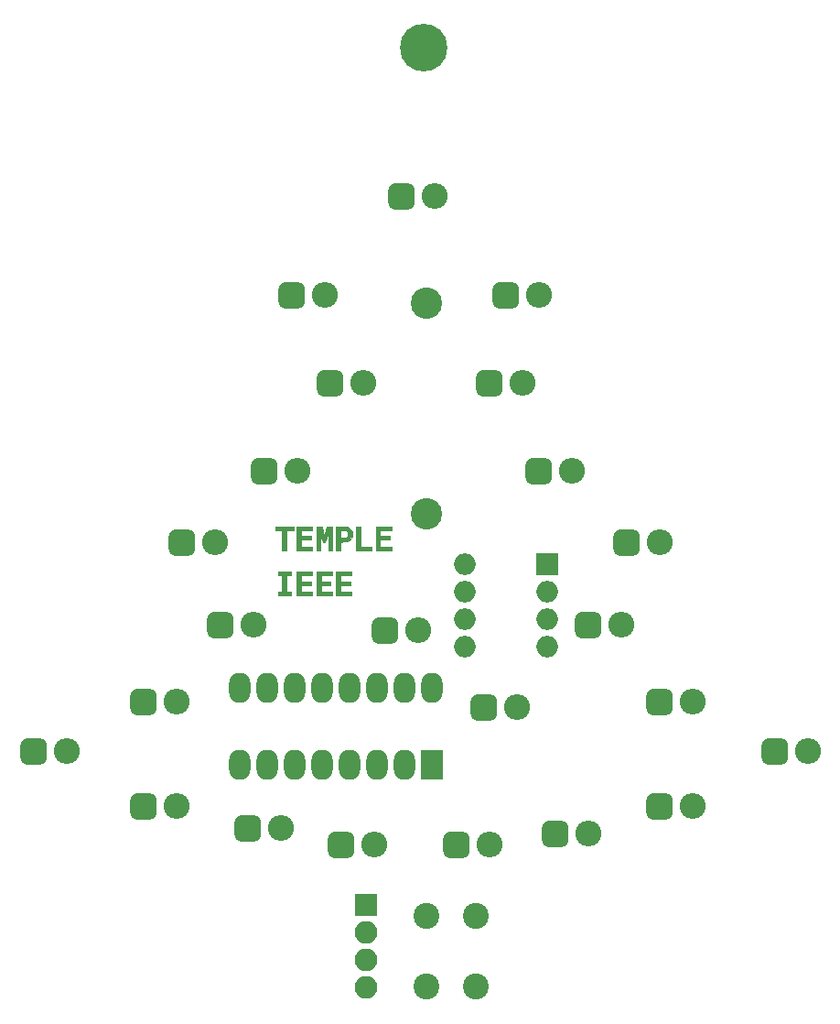
<source format=gbr>
G04 #@! TF.GenerationSoftware,KiCad,Pcbnew,(5.0.0)*
G04 #@! TF.CreationDate,2019-09-06T15:04:35-04:00*
G04 #@! TF.ProjectId,Christmas Tree,4368726973746D617320547265652E6B,rev?*
G04 #@! TF.SameCoordinates,Original*
G04 #@! TF.FileFunction,Soldermask,Top*
G04 #@! TF.FilePolarity,Negative*
%FSLAX46Y46*%
G04 Gerber Fmt 4.6, Leading zero omitted, Abs format (unit mm)*
G04 Created by KiCad (PCBNEW (5.0.0)) date 09/06/19 15:04:35*
%MOMM*%
%LPD*%
G01*
G04 APERTURE LIST*
%ADD10C,0.010000*%
%ADD11C,2.900000*%
%ADD12C,2.400000*%
%ADD13R,2.000000X2.000000*%
%ADD14O,2.000000X2.000000*%
%ADD15C,4.400000*%
%ADD16C,0.100000*%
%ADD17O,2.400000X2.400000*%
%ADD18R,2.000000X2.800000*%
%ADD19O,2.000000X2.800000*%
%ADD20O,2.100000X2.100000*%
%ADD21R,2.100000X2.100000*%
G04 APERTURE END LIST*
D10*
G04 #@! TO.C,G\002A\002A\002A*
G36*
X129892334Y-101979000D02*
X128834000Y-101979000D01*
X128834000Y-102529334D01*
X129723000Y-102529334D01*
X129723000Y-102868000D01*
X128834000Y-102868000D01*
X128834000Y-103503000D01*
X129892334Y-103503000D01*
X129892334Y-103841667D01*
X128453000Y-103841667D01*
X128453000Y-101640334D01*
X129892334Y-101640334D01*
X129892334Y-101979000D01*
X129892334Y-101979000D01*
G37*
X129892334Y-101979000D02*
X128834000Y-101979000D01*
X128834000Y-102529334D01*
X129723000Y-102529334D01*
X129723000Y-102868000D01*
X128834000Y-102868000D01*
X128834000Y-103503000D01*
X129892334Y-103503000D01*
X129892334Y-103841667D01*
X128453000Y-103841667D01*
X128453000Y-101640334D01*
X129892334Y-101640334D01*
X129892334Y-101979000D01*
G36*
X127013667Y-103503000D02*
X128029667Y-103503000D01*
X128029667Y-103841667D01*
X126632667Y-103841667D01*
X126632667Y-101640334D01*
X127013667Y-101640334D01*
X127013667Y-103503000D01*
X127013667Y-103503000D01*
G37*
X127013667Y-103503000D02*
X128029667Y-103503000D01*
X128029667Y-103841667D01*
X126632667Y-103841667D01*
X126632667Y-101640334D01*
X127013667Y-101640334D01*
X127013667Y-103503000D01*
G36*
X125288584Y-101647010D02*
X125523378Y-101656373D01*
X125691443Y-101670005D01*
X125810700Y-101690612D01*
X125899070Y-101720905D01*
X125947674Y-101746613D01*
X126121996Y-101897062D01*
X126234246Y-102092091D01*
X126278639Y-102313034D01*
X126249389Y-102541224D01*
X126219211Y-102622696D01*
X126111404Y-102798097D01*
X125960921Y-102919874D01*
X125755824Y-102994816D01*
X125505588Y-103028428D01*
X125193334Y-103048468D01*
X125193334Y-103841667D01*
X124770000Y-103841667D01*
X124770000Y-101979000D01*
X125193334Y-101979000D01*
X125193334Y-102698667D01*
X125434022Y-102698667D01*
X125593529Y-102690178D01*
X125699472Y-102659295D01*
X125772688Y-102606621D01*
X125854233Y-102477122D01*
X125872765Y-102320842D01*
X125828616Y-102167175D01*
X125766758Y-102082909D01*
X125686017Y-102019203D01*
X125588642Y-101987889D01*
X125442270Y-101979036D01*
X125428091Y-101979000D01*
X125193334Y-101979000D01*
X124770000Y-101979000D01*
X124770000Y-101631627D01*
X125288584Y-101647010D01*
X125288584Y-101647010D01*
G37*
X125288584Y-101647010D02*
X125523378Y-101656373D01*
X125691443Y-101670005D01*
X125810700Y-101690612D01*
X125899070Y-101720905D01*
X125947674Y-101746613D01*
X126121996Y-101897062D01*
X126234246Y-102092091D01*
X126278639Y-102313034D01*
X126249389Y-102541224D01*
X126219211Y-102622696D01*
X126111404Y-102798097D01*
X125960921Y-102919874D01*
X125755824Y-102994816D01*
X125505588Y-103028428D01*
X125193334Y-103048468D01*
X125193334Y-103841667D01*
X124770000Y-103841667D01*
X124770000Y-101979000D01*
X125193334Y-101979000D01*
X125193334Y-102698667D01*
X125434022Y-102698667D01*
X125593529Y-102690178D01*
X125699472Y-102659295D01*
X125772688Y-102606621D01*
X125854233Y-102477122D01*
X125872765Y-102320842D01*
X125828616Y-102167175D01*
X125766758Y-102082909D01*
X125686017Y-102019203D01*
X125588642Y-101987889D01*
X125442270Y-101979036D01*
X125428091Y-101979000D01*
X125193334Y-101979000D01*
X124770000Y-101979000D01*
X124770000Y-101631627D01*
X125288584Y-101647010D01*
G36*
X123539445Y-102048678D02*
X123589255Y-102237713D01*
X123630458Y-102358116D01*
X123660795Y-102403876D01*
X123670635Y-102397928D01*
X123696393Y-102331563D01*
X123736336Y-102206550D01*
X123783166Y-102046133D01*
X123798834Y-101989584D01*
X123894283Y-101640334D01*
X124389000Y-101640334D01*
X124389000Y-103841667D01*
X124052162Y-103841667D01*
X124040664Y-103026750D01*
X124029167Y-102211834D01*
X123884403Y-102666917D01*
X123818704Y-102867247D01*
X123768919Y-102999489D01*
X123728079Y-103077072D01*
X123689216Y-103113425D01*
X123648226Y-103122000D01*
X123604444Y-103112566D01*
X123566984Y-103074926D01*
X123528902Y-102995075D01*
X123483257Y-102859004D01*
X123433157Y-102688084D01*
X123309500Y-102254167D01*
X123297983Y-103047917D01*
X123286465Y-103841667D01*
X122949667Y-103841667D01*
X122949667Y-101640334D01*
X123441002Y-101640334D01*
X123539445Y-102048678D01*
X123539445Y-102048678D01*
G37*
X123539445Y-102048678D02*
X123589255Y-102237713D01*
X123630458Y-102358116D01*
X123660795Y-102403876D01*
X123670635Y-102397928D01*
X123696393Y-102331563D01*
X123736336Y-102206550D01*
X123783166Y-102046133D01*
X123798834Y-101989584D01*
X123894283Y-101640334D01*
X124389000Y-101640334D01*
X124389000Y-103841667D01*
X124052162Y-103841667D01*
X124040664Y-103026750D01*
X124029167Y-102211834D01*
X123884403Y-102666917D01*
X123818704Y-102867247D01*
X123768919Y-102999489D01*
X123728079Y-103077072D01*
X123689216Y-103113425D01*
X123648226Y-103122000D01*
X123604444Y-103112566D01*
X123566984Y-103074926D01*
X123528902Y-102995075D01*
X123483257Y-102859004D01*
X123433157Y-102688084D01*
X123309500Y-102254167D01*
X123297983Y-103047917D01*
X123286465Y-103841667D01*
X122949667Y-103841667D01*
X122949667Y-101640334D01*
X123441002Y-101640334D01*
X123539445Y-102048678D01*
G36*
X122568667Y-101979000D02*
X121552667Y-101979000D01*
X121552667Y-102529334D01*
X122441667Y-102529334D01*
X122441667Y-102868000D01*
X121552667Y-102868000D01*
X121552667Y-103503000D01*
X122568667Y-103503000D01*
X122568667Y-103841667D01*
X121129334Y-103841667D01*
X121129334Y-101640334D01*
X122568667Y-101640334D01*
X122568667Y-101979000D01*
X122568667Y-101979000D01*
G37*
X122568667Y-101979000D02*
X121552667Y-101979000D01*
X121552667Y-102529334D01*
X122441667Y-102529334D01*
X122441667Y-102868000D01*
X121552667Y-102868000D01*
X121552667Y-103503000D01*
X122568667Y-103503000D01*
X122568667Y-103841667D01*
X121129334Y-103841667D01*
X121129334Y-101640334D01*
X122568667Y-101640334D01*
X122568667Y-101979000D01*
G36*
X120833000Y-101979000D02*
X120198000Y-101979000D01*
X120198000Y-103841667D01*
X119774667Y-103841667D01*
X119774667Y-101979000D01*
X119139667Y-101979000D01*
X119139667Y-101640334D01*
X120833000Y-101640334D01*
X120833000Y-101979000D01*
X120833000Y-101979000D01*
G37*
X120833000Y-101979000D02*
X120198000Y-101979000D01*
X120198000Y-103841667D01*
X119774667Y-103841667D01*
X119774667Y-101979000D01*
X119139667Y-101979000D01*
X119139667Y-101640334D01*
X120833000Y-101640334D01*
X120833000Y-101979000D01*
G36*
X126209334Y-106170000D02*
X125193334Y-106170000D01*
X125193334Y-106720334D01*
X126082334Y-106720334D01*
X126082334Y-107059000D01*
X125193334Y-107059000D01*
X125193334Y-107694000D01*
X126209334Y-107694000D01*
X126209334Y-108032667D01*
X124770000Y-108032667D01*
X124770000Y-105831334D01*
X126209334Y-105831334D01*
X126209334Y-106170000D01*
X126209334Y-106170000D01*
G37*
X126209334Y-106170000D02*
X125193334Y-106170000D01*
X125193334Y-106720334D01*
X126082334Y-106720334D01*
X126082334Y-107059000D01*
X125193334Y-107059000D01*
X125193334Y-107694000D01*
X126209334Y-107694000D01*
X126209334Y-108032667D01*
X124770000Y-108032667D01*
X124770000Y-105831334D01*
X126209334Y-105831334D01*
X126209334Y-106170000D01*
G36*
X124389000Y-106170000D02*
X123373000Y-106170000D01*
X123373000Y-106720334D01*
X124262000Y-106720334D01*
X124262000Y-107059000D01*
X123373000Y-107059000D01*
X123373000Y-107694000D01*
X124389000Y-107694000D01*
X124389000Y-108032667D01*
X122949667Y-108032667D01*
X122949667Y-105831334D01*
X124389000Y-105831334D01*
X124389000Y-106170000D01*
X124389000Y-106170000D01*
G37*
X124389000Y-106170000D02*
X123373000Y-106170000D01*
X123373000Y-106720334D01*
X124262000Y-106720334D01*
X124262000Y-107059000D01*
X123373000Y-107059000D01*
X123373000Y-107694000D01*
X124389000Y-107694000D01*
X124389000Y-108032667D01*
X122949667Y-108032667D01*
X122949667Y-105831334D01*
X124389000Y-105831334D01*
X124389000Y-106170000D01*
G36*
X122568667Y-106170000D02*
X121552667Y-106170000D01*
X121552667Y-106720334D01*
X122441667Y-106720334D01*
X122441667Y-107059000D01*
X121552667Y-107059000D01*
X121552667Y-107694000D01*
X122568667Y-107694000D01*
X122568667Y-108032667D01*
X121129334Y-108032667D01*
X121129334Y-105831334D01*
X122568667Y-105831334D01*
X122568667Y-106170000D01*
X122568667Y-106170000D01*
G37*
X122568667Y-106170000D02*
X121552667Y-106170000D01*
X121552667Y-106720334D01*
X122441667Y-106720334D01*
X122441667Y-107059000D01*
X121552667Y-107059000D01*
X121552667Y-107694000D01*
X122568667Y-107694000D01*
X122568667Y-108032667D01*
X121129334Y-108032667D01*
X121129334Y-105831334D01*
X122568667Y-105831334D01*
X122568667Y-106170000D01*
G36*
X120621334Y-106170000D02*
X120198000Y-106170000D01*
X120198000Y-107694000D01*
X120621334Y-107694000D01*
X120621334Y-108032667D01*
X119393667Y-108032667D01*
X119393667Y-107694000D01*
X119774667Y-107694000D01*
X119774667Y-106170000D01*
X119393667Y-106170000D01*
X119393667Y-105831334D01*
X120621334Y-105831334D01*
X120621334Y-106170000D01*
X120621334Y-106170000D01*
G37*
X120621334Y-106170000D02*
X120198000Y-106170000D01*
X120198000Y-107694000D01*
X120621334Y-107694000D01*
X120621334Y-108032667D01*
X119393667Y-108032667D01*
X119393667Y-107694000D01*
X119774667Y-107694000D01*
X119774667Y-106170000D01*
X119393667Y-106170000D01*
X119393667Y-105831334D01*
X120621334Y-105831334D01*
X120621334Y-106170000D01*
G04 #@! TD*
D11*
G04 #@! TO.C,Battery1*
X133096000Y-100456000D03*
X133096000Y-80956000D03*
G04 #@! TD*
D12*
G04 #@! TO.C,BTN1*
X133168000Y-137668000D03*
X137668000Y-137668000D03*
X133168000Y-144168000D03*
X137668000Y-144168000D03*
G04 #@! TD*
D13*
G04 #@! TO.C,Tiny85*
X144272000Y-105156000D03*
D14*
X136652000Y-112776000D03*
X144272000Y-107696000D03*
X136652000Y-110236000D03*
X144272000Y-110236000D03*
X136652000Y-107696000D03*
X144272000Y-112776000D03*
X136652000Y-105156000D03*
G04 #@! TD*
D15*
G04 #@! TO.C,HOOK*
X132842000Y-57364000D03*
G04 #@! TD*
D16*
G04 #@! TO.C,D1*
G36*
X125884810Y-129866889D02*
X125943054Y-129875529D01*
X126000171Y-129889836D01*
X126055610Y-129909672D01*
X126108838Y-129934847D01*
X126159342Y-129965118D01*
X126206636Y-130000194D01*
X126250264Y-130039736D01*
X126289806Y-130083364D01*
X126324882Y-130130658D01*
X126355153Y-130181162D01*
X126380328Y-130234390D01*
X126400164Y-130289829D01*
X126414471Y-130346946D01*
X126423111Y-130405190D01*
X126426000Y-130464000D01*
X126426000Y-131664000D01*
X126423111Y-131722810D01*
X126414471Y-131781054D01*
X126400164Y-131838171D01*
X126380328Y-131893610D01*
X126355153Y-131946838D01*
X126324882Y-131997342D01*
X126289806Y-132044636D01*
X126250264Y-132088264D01*
X126206636Y-132127806D01*
X126159342Y-132162882D01*
X126108838Y-132193153D01*
X126055610Y-132218328D01*
X126000171Y-132238164D01*
X125943054Y-132252471D01*
X125884810Y-132261111D01*
X125826000Y-132264000D01*
X124626000Y-132264000D01*
X124567190Y-132261111D01*
X124508946Y-132252471D01*
X124451829Y-132238164D01*
X124396390Y-132218328D01*
X124343162Y-132193153D01*
X124292658Y-132162882D01*
X124245364Y-132127806D01*
X124201736Y-132088264D01*
X124162194Y-132044636D01*
X124127118Y-131997342D01*
X124096847Y-131946838D01*
X124071672Y-131893610D01*
X124051836Y-131838171D01*
X124037529Y-131781054D01*
X124028889Y-131722810D01*
X124026000Y-131664000D01*
X124026000Y-130464000D01*
X124028889Y-130405190D01*
X124037529Y-130346946D01*
X124051836Y-130289829D01*
X124071672Y-130234390D01*
X124096847Y-130181162D01*
X124127118Y-130130658D01*
X124162194Y-130083364D01*
X124201736Y-130039736D01*
X124245364Y-130000194D01*
X124292658Y-129965118D01*
X124343162Y-129934847D01*
X124396390Y-129909672D01*
X124451829Y-129889836D01*
X124508946Y-129875529D01*
X124567190Y-129866889D01*
X124626000Y-129864000D01*
X125826000Y-129864000D01*
X125884810Y-129866889D01*
X125884810Y-129866889D01*
G37*
D12*
X125226000Y-131064000D03*
D17*
X128266000Y-131064000D03*
G04 #@! TD*
G04 #@! TO.C,D2*
X119630000Y-129540000D03*
D16*
G36*
X117248810Y-128342889D02*
X117307054Y-128351529D01*
X117364171Y-128365836D01*
X117419610Y-128385672D01*
X117472838Y-128410847D01*
X117523342Y-128441118D01*
X117570636Y-128476194D01*
X117614264Y-128515736D01*
X117653806Y-128559364D01*
X117688882Y-128606658D01*
X117719153Y-128657162D01*
X117744328Y-128710390D01*
X117764164Y-128765829D01*
X117778471Y-128822946D01*
X117787111Y-128881190D01*
X117790000Y-128940000D01*
X117790000Y-130140000D01*
X117787111Y-130198810D01*
X117778471Y-130257054D01*
X117764164Y-130314171D01*
X117744328Y-130369610D01*
X117719153Y-130422838D01*
X117688882Y-130473342D01*
X117653806Y-130520636D01*
X117614264Y-130564264D01*
X117570636Y-130603806D01*
X117523342Y-130638882D01*
X117472838Y-130669153D01*
X117419610Y-130694328D01*
X117364171Y-130714164D01*
X117307054Y-130728471D01*
X117248810Y-130737111D01*
X117190000Y-130740000D01*
X115990000Y-130740000D01*
X115931190Y-130737111D01*
X115872946Y-130728471D01*
X115815829Y-130714164D01*
X115760390Y-130694328D01*
X115707162Y-130669153D01*
X115656658Y-130638882D01*
X115609364Y-130603806D01*
X115565736Y-130564264D01*
X115526194Y-130520636D01*
X115491118Y-130473342D01*
X115460847Y-130422838D01*
X115435672Y-130369610D01*
X115415836Y-130314171D01*
X115401529Y-130257054D01*
X115392889Y-130198810D01*
X115390000Y-130140000D01*
X115390000Y-128940000D01*
X115392889Y-128881190D01*
X115401529Y-128822946D01*
X115415836Y-128765829D01*
X115435672Y-128710390D01*
X115460847Y-128657162D01*
X115491118Y-128606658D01*
X115526194Y-128559364D01*
X115565736Y-128515736D01*
X115609364Y-128476194D01*
X115656658Y-128441118D01*
X115707162Y-128410847D01*
X115760390Y-128385672D01*
X115815829Y-128365836D01*
X115872946Y-128351529D01*
X115931190Y-128342889D01*
X115990000Y-128340000D01*
X117190000Y-128340000D01*
X117248810Y-128342889D01*
X117248810Y-128342889D01*
G37*
D12*
X116590000Y-129540000D03*
G04 #@! TD*
D16*
G04 #@! TO.C,D3*
G36*
X107596810Y-126310889D02*
X107655054Y-126319529D01*
X107712171Y-126333836D01*
X107767610Y-126353672D01*
X107820838Y-126378847D01*
X107871342Y-126409118D01*
X107918636Y-126444194D01*
X107962264Y-126483736D01*
X108001806Y-126527364D01*
X108036882Y-126574658D01*
X108067153Y-126625162D01*
X108092328Y-126678390D01*
X108112164Y-126733829D01*
X108126471Y-126790946D01*
X108135111Y-126849190D01*
X108138000Y-126908000D01*
X108138000Y-128108000D01*
X108135111Y-128166810D01*
X108126471Y-128225054D01*
X108112164Y-128282171D01*
X108092328Y-128337610D01*
X108067153Y-128390838D01*
X108036882Y-128441342D01*
X108001806Y-128488636D01*
X107962264Y-128532264D01*
X107918636Y-128571806D01*
X107871342Y-128606882D01*
X107820838Y-128637153D01*
X107767610Y-128662328D01*
X107712171Y-128682164D01*
X107655054Y-128696471D01*
X107596810Y-128705111D01*
X107538000Y-128708000D01*
X106338000Y-128708000D01*
X106279190Y-128705111D01*
X106220946Y-128696471D01*
X106163829Y-128682164D01*
X106108390Y-128662328D01*
X106055162Y-128637153D01*
X106004658Y-128606882D01*
X105957364Y-128571806D01*
X105913736Y-128532264D01*
X105874194Y-128488636D01*
X105839118Y-128441342D01*
X105808847Y-128390838D01*
X105783672Y-128337610D01*
X105763836Y-128282171D01*
X105749529Y-128225054D01*
X105740889Y-128166810D01*
X105738000Y-128108000D01*
X105738000Y-126908000D01*
X105740889Y-126849190D01*
X105749529Y-126790946D01*
X105763836Y-126733829D01*
X105783672Y-126678390D01*
X105808847Y-126625162D01*
X105839118Y-126574658D01*
X105874194Y-126527364D01*
X105913736Y-126483736D01*
X105957364Y-126444194D01*
X106004658Y-126409118D01*
X106055162Y-126378847D01*
X106108390Y-126353672D01*
X106163829Y-126333836D01*
X106220946Y-126319529D01*
X106279190Y-126310889D01*
X106338000Y-126308000D01*
X107538000Y-126308000D01*
X107596810Y-126310889D01*
X107596810Y-126310889D01*
G37*
D12*
X106938000Y-127508000D03*
D17*
X109978000Y-127508000D03*
G04 #@! TD*
G04 #@! TO.C,D4*
X99818000Y-122428000D03*
D16*
G36*
X97436810Y-121230889D02*
X97495054Y-121239529D01*
X97552171Y-121253836D01*
X97607610Y-121273672D01*
X97660838Y-121298847D01*
X97711342Y-121329118D01*
X97758636Y-121364194D01*
X97802264Y-121403736D01*
X97841806Y-121447364D01*
X97876882Y-121494658D01*
X97907153Y-121545162D01*
X97932328Y-121598390D01*
X97952164Y-121653829D01*
X97966471Y-121710946D01*
X97975111Y-121769190D01*
X97978000Y-121828000D01*
X97978000Y-123028000D01*
X97975111Y-123086810D01*
X97966471Y-123145054D01*
X97952164Y-123202171D01*
X97932328Y-123257610D01*
X97907153Y-123310838D01*
X97876882Y-123361342D01*
X97841806Y-123408636D01*
X97802264Y-123452264D01*
X97758636Y-123491806D01*
X97711342Y-123526882D01*
X97660838Y-123557153D01*
X97607610Y-123582328D01*
X97552171Y-123602164D01*
X97495054Y-123616471D01*
X97436810Y-123625111D01*
X97378000Y-123628000D01*
X96178000Y-123628000D01*
X96119190Y-123625111D01*
X96060946Y-123616471D01*
X96003829Y-123602164D01*
X95948390Y-123582328D01*
X95895162Y-123557153D01*
X95844658Y-123526882D01*
X95797364Y-123491806D01*
X95753736Y-123452264D01*
X95714194Y-123408636D01*
X95679118Y-123361342D01*
X95648847Y-123310838D01*
X95623672Y-123257610D01*
X95603836Y-123202171D01*
X95589529Y-123145054D01*
X95580889Y-123086810D01*
X95578000Y-123028000D01*
X95578000Y-121828000D01*
X95580889Y-121769190D01*
X95589529Y-121710946D01*
X95603836Y-121653829D01*
X95623672Y-121598390D01*
X95648847Y-121545162D01*
X95679118Y-121494658D01*
X95714194Y-121447364D01*
X95753736Y-121403736D01*
X95797364Y-121364194D01*
X95844658Y-121329118D01*
X95895162Y-121298847D01*
X95948390Y-121273672D01*
X96003829Y-121253836D01*
X96060946Y-121239529D01*
X96119190Y-121230889D01*
X96178000Y-121228000D01*
X97378000Y-121228000D01*
X97436810Y-121230889D01*
X97436810Y-121230889D01*
G37*
D12*
X96778000Y-122428000D03*
G04 #@! TD*
D16*
G04 #@! TO.C,D5*
G36*
X107596810Y-116658889D02*
X107655054Y-116667529D01*
X107712171Y-116681836D01*
X107767610Y-116701672D01*
X107820838Y-116726847D01*
X107871342Y-116757118D01*
X107918636Y-116792194D01*
X107962264Y-116831736D01*
X108001806Y-116875364D01*
X108036882Y-116922658D01*
X108067153Y-116973162D01*
X108092328Y-117026390D01*
X108112164Y-117081829D01*
X108126471Y-117138946D01*
X108135111Y-117197190D01*
X108138000Y-117256000D01*
X108138000Y-118456000D01*
X108135111Y-118514810D01*
X108126471Y-118573054D01*
X108112164Y-118630171D01*
X108092328Y-118685610D01*
X108067153Y-118738838D01*
X108036882Y-118789342D01*
X108001806Y-118836636D01*
X107962264Y-118880264D01*
X107918636Y-118919806D01*
X107871342Y-118954882D01*
X107820838Y-118985153D01*
X107767610Y-119010328D01*
X107712171Y-119030164D01*
X107655054Y-119044471D01*
X107596810Y-119053111D01*
X107538000Y-119056000D01*
X106338000Y-119056000D01*
X106279190Y-119053111D01*
X106220946Y-119044471D01*
X106163829Y-119030164D01*
X106108390Y-119010328D01*
X106055162Y-118985153D01*
X106004658Y-118954882D01*
X105957364Y-118919806D01*
X105913736Y-118880264D01*
X105874194Y-118836636D01*
X105839118Y-118789342D01*
X105808847Y-118738838D01*
X105783672Y-118685610D01*
X105763836Y-118630171D01*
X105749529Y-118573054D01*
X105740889Y-118514810D01*
X105738000Y-118456000D01*
X105738000Y-117256000D01*
X105740889Y-117197190D01*
X105749529Y-117138946D01*
X105763836Y-117081829D01*
X105783672Y-117026390D01*
X105808847Y-116973162D01*
X105839118Y-116922658D01*
X105874194Y-116875364D01*
X105913736Y-116831736D01*
X105957364Y-116792194D01*
X106004658Y-116757118D01*
X106055162Y-116726847D01*
X106108390Y-116701672D01*
X106163829Y-116681836D01*
X106220946Y-116667529D01*
X106279190Y-116658889D01*
X106338000Y-116656000D01*
X107538000Y-116656000D01*
X107596810Y-116658889D01*
X107596810Y-116658889D01*
G37*
D12*
X106938000Y-117856000D03*
D17*
X109978000Y-117856000D03*
G04 #@! TD*
G04 #@! TO.C,D6*
X117090000Y-110744000D03*
D16*
G36*
X114708810Y-109546889D02*
X114767054Y-109555529D01*
X114824171Y-109569836D01*
X114879610Y-109589672D01*
X114932838Y-109614847D01*
X114983342Y-109645118D01*
X115030636Y-109680194D01*
X115074264Y-109719736D01*
X115113806Y-109763364D01*
X115148882Y-109810658D01*
X115179153Y-109861162D01*
X115204328Y-109914390D01*
X115224164Y-109969829D01*
X115238471Y-110026946D01*
X115247111Y-110085190D01*
X115250000Y-110144000D01*
X115250000Y-111344000D01*
X115247111Y-111402810D01*
X115238471Y-111461054D01*
X115224164Y-111518171D01*
X115204328Y-111573610D01*
X115179153Y-111626838D01*
X115148882Y-111677342D01*
X115113806Y-111724636D01*
X115074264Y-111768264D01*
X115030636Y-111807806D01*
X114983342Y-111842882D01*
X114932838Y-111873153D01*
X114879610Y-111898328D01*
X114824171Y-111918164D01*
X114767054Y-111932471D01*
X114708810Y-111941111D01*
X114650000Y-111944000D01*
X113450000Y-111944000D01*
X113391190Y-111941111D01*
X113332946Y-111932471D01*
X113275829Y-111918164D01*
X113220390Y-111898328D01*
X113167162Y-111873153D01*
X113116658Y-111842882D01*
X113069364Y-111807806D01*
X113025736Y-111768264D01*
X112986194Y-111724636D01*
X112951118Y-111677342D01*
X112920847Y-111626838D01*
X112895672Y-111573610D01*
X112875836Y-111518171D01*
X112861529Y-111461054D01*
X112852889Y-111402810D01*
X112850000Y-111344000D01*
X112850000Y-110144000D01*
X112852889Y-110085190D01*
X112861529Y-110026946D01*
X112875836Y-109969829D01*
X112895672Y-109914390D01*
X112920847Y-109861162D01*
X112951118Y-109810658D01*
X112986194Y-109763364D01*
X113025736Y-109719736D01*
X113069364Y-109680194D01*
X113116658Y-109645118D01*
X113167162Y-109614847D01*
X113220390Y-109589672D01*
X113275829Y-109569836D01*
X113332946Y-109555529D01*
X113391190Y-109546889D01*
X113450000Y-109544000D01*
X114650000Y-109544000D01*
X114708810Y-109546889D01*
X114708810Y-109546889D01*
G37*
D12*
X114050000Y-110744000D03*
G04 #@! TD*
D16*
G04 #@! TO.C,D7*
G36*
X111152810Y-101926889D02*
X111211054Y-101935529D01*
X111268171Y-101949836D01*
X111323610Y-101969672D01*
X111376838Y-101994847D01*
X111427342Y-102025118D01*
X111474636Y-102060194D01*
X111518264Y-102099736D01*
X111557806Y-102143364D01*
X111592882Y-102190658D01*
X111623153Y-102241162D01*
X111648328Y-102294390D01*
X111668164Y-102349829D01*
X111682471Y-102406946D01*
X111691111Y-102465190D01*
X111694000Y-102524000D01*
X111694000Y-103724000D01*
X111691111Y-103782810D01*
X111682471Y-103841054D01*
X111668164Y-103898171D01*
X111648328Y-103953610D01*
X111623153Y-104006838D01*
X111592882Y-104057342D01*
X111557806Y-104104636D01*
X111518264Y-104148264D01*
X111474636Y-104187806D01*
X111427342Y-104222882D01*
X111376838Y-104253153D01*
X111323610Y-104278328D01*
X111268171Y-104298164D01*
X111211054Y-104312471D01*
X111152810Y-104321111D01*
X111094000Y-104324000D01*
X109894000Y-104324000D01*
X109835190Y-104321111D01*
X109776946Y-104312471D01*
X109719829Y-104298164D01*
X109664390Y-104278328D01*
X109611162Y-104253153D01*
X109560658Y-104222882D01*
X109513364Y-104187806D01*
X109469736Y-104148264D01*
X109430194Y-104104636D01*
X109395118Y-104057342D01*
X109364847Y-104006838D01*
X109339672Y-103953610D01*
X109319836Y-103898171D01*
X109305529Y-103841054D01*
X109296889Y-103782810D01*
X109294000Y-103724000D01*
X109294000Y-102524000D01*
X109296889Y-102465190D01*
X109305529Y-102406946D01*
X109319836Y-102349829D01*
X109339672Y-102294390D01*
X109364847Y-102241162D01*
X109395118Y-102190658D01*
X109430194Y-102143364D01*
X109469736Y-102099736D01*
X109513364Y-102060194D01*
X109560658Y-102025118D01*
X109611162Y-101994847D01*
X109664390Y-101969672D01*
X109719829Y-101949836D01*
X109776946Y-101935529D01*
X109835190Y-101926889D01*
X109894000Y-101924000D01*
X111094000Y-101924000D01*
X111152810Y-101926889D01*
X111152810Y-101926889D01*
G37*
D12*
X110494000Y-103124000D03*
D17*
X113534000Y-103124000D03*
G04 #@! TD*
G04 #@! TO.C,D8*
X121154000Y-96520000D03*
D16*
G36*
X118772810Y-95322889D02*
X118831054Y-95331529D01*
X118888171Y-95345836D01*
X118943610Y-95365672D01*
X118996838Y-95390847D01*
X119047342Y-95421118D01*
X119094636Y-95456194D01*
X119138264Y-95495736D01*
X119177806Y-95539364D01*
X119212882Y-95586658D01*
X119243153Y-95637162D01*
X119268328Y-95690390D01*
X119288164Y-95745829D01*
X119302471Y-95802946D01*
X119311111Y-95861190D01*
X119314000Y-95920000D01*
X119314000Y-97120000D01*
X119311111Y-97178810D01*
X119302471Y-97237054D01*
X119288164Y-97294171D01*
X119268328Y-97349610D01*
X119243153Y-97402838D01*
X119212882Y-97453342D01*
X119177806Y-97500636D01*
X119138264Y-97544264D01*
X119094636Y-97583806D01*
X119047342Y-97618882D01*
X118996838Y-97649153D01*
X118943610Y-97674328D01*
X118888171Y-97694164D01*
X118831054Y-97708471D01*
X118772810Y-97717111D01*
X118714000Y-97720000D01*
X117514000Y-97720000D01*
X117455190Y-97717111D01*
X117396946Y-97708471D01*
X117339829Y-97694164D01*
X117284390Y-97674328D01*
X117231162Y-97649153D01*
X117180658Y-97618882D01*
X117133364Y-97583806D01*
X117089736Y-97544264D01*
X117050194Y-97500636D01*
X117015118Y-97453342D01*
X116984847Y-97402838D01*
X116959672Y-97349610D01*
X116939836Y-97294171D01*
X116925529Y-97237054D01*
X116916889Y-97178810D01*
X116914000Y-97120000D01*
X116914000Y-95920000D01*
X116916889Y-95861190D01*
X116925529Y-95802946D01*
X116939836Y-95745829D01*
X116959672Y-95690390D01*
X116984847Y-95637162D01*
X117015118Y-95586658D01*
X117050194Y-95539364D01*
X117089736Y-95495736D01*
X117133364Y-95456194D01*
X117180658Y-95421118D01*
X117231162Y-95390847D01*
X117284390Y-95365672D01*
X117339829Y-95345836D01*
X117396946Y-95331529D01*
X117455190Y-95322889D01*
X117514000Y-95320000D01*
X118714000Y-95320000D01*
X118772810Y-95322889D01*
X118772810Y-95322889D01*
G37*
D12*
X118114000Y-96520000D03*
G04 #@! TD*
D16*
G04 #@! TO.C,D9*
G36*
X124868810Y-87194889D02*
X124927054Y-87203529D01*
X124984171Y-87217836D01*
X125039610Y-87237672D01*
X125092838Y-87262847D01*
X125143342Y-87293118D01*
X125190636Y-87328194D01*
X125234264Y-87367736D01*
X125273806Y-87411364D01*
X125308882Y-87458658D01*
X125339153Y-87509162D01*
X125364328Y-87562390D01*
X125384164Y-87617829D01*
X125398471Y-87674946D01*
X125407111Y-87733190D01*
X125410000Y-87792000D01*
X125410000Y-88992000D01*
X125407111Y-89050810D01*
X125398471Y-89109054D01*
X125384164Y-89166171D01*
X125364328Y-89221610D01*
X125339153Y-89274838D01*
X125308882Y-89325342D01*
X125273806Y-89372636D01*
X125234264Y-89416264D01*
X125190636Y-89455806D01*
X125143342Y-89490882D01*
X125092838Y-89521153D01*
X125039610Y-89546328D01*
X124984171Y-89566164D01*
X124927054Y-89580471D01*
X124868810Y-89589111D01*
X124810000Y-89592000D01*
X123610000Y-89592000D01*
X123551190Y-89589111D01*
X123492946Y-89580471D01*
X123435829Y-89566164D01*
X123380390Y-89546328D01*
X123327162Y-89521153D01*
X123276658Y-89490882D01*
X123229364Y-89455806D01*
X123185736Y-89416264D01*
X123146194Y-89372636D01*
X123111118Y-89325342D01*
X123080847Y-89274838D01*
X123055672Y-89221610D01*
X123035836Y-89166171D01*
X123021529Y-89109054D01*
X123012889Y-89050810D01*
X123010000Y-88992000D01*
X123010000Y-87792000D01*
X123012889Y-87733190D01*
X123021529Y-87674946D01*
X123035836Y-87617829D01*
X123055672Y-87562390D01*
X123080847Y-87509162D01*
X123111118Y-87458658D01*
X123146194Y-87411364D01*
X123185736Y-87367736D01*
X123229364Y-87328194D01*
X123276658Y-87293118D01*
X123327162Y-87262847D01*
X123380390Y-87237672D01*
X123435829Y-87217836D01*
X123492946Y-87203529D01*
X123551190Y-87194889D01*
X123610000Y-87192000D01*
X124810000Y-87192000D01*
X124868810Y-87194889D01*
X124868810Y-87194889D01*
G37*
D12*
X124210000Y-88392000D03*
D17*
X127250000Y-88392000D03*
G04 #@! TD*
D16*
G04 #@! TO.C,D10*
G36*
X121312810Y-79066889D02*
X121371054Y-79075529D01*
X121428171Y-79089836D01*
X121483610Y-79109672D01*
X121536838Y-79134847D01*
X121587342Y-79165118D01*
X121634636Y-79200194D01*
X121678264Y-79239736D01*
X121717806Y-79283364D01*
X121752882Y-79330658D01*
X121783153Y-79381162D01*
X121808328Y-79434390D01*
X121828164Y-79489829D01*
X121842471Y-79546946D01*
X121851111Y-79605190D01*
X121854000Y-79664000D01*
X121854000Y-80864000D01*
X121851111Y-80922810D01*
X121842471Y-80981054D01*
X121828164Y-81038171D01*
X121808328Y-81093610D01*
X121783153Y-81146838D01*
X121752882Y-81197342D01*
X121717806Y-81244636D01*
X121678264Y-81288264D01*
X121634636Y-81327806D01*
X121587342Y-81362882D01*
X121536838Y-81393153D01*
X121483610Y-81418328D01*
X121428171Y-81438164D01*
X121371054Y-81452471D01*
X121312810Y-81461111D01*
X121254000Y-81464000D01*
X120054000Y-81464000D01*
X119995190Y-81461111D01*
X119936946Y-81452471D01*
X119879829Y-81438164D01*
X119824390Y-81418328D01*
X119771162Y-81393153D01*
X119720658Y-81362882D01*
X119673364Y-81327806D01*
X119629736Y-81288264D01*
X119590194Y-81244636D01*
X119555118Y-81197342D01*
X119524847Y-81146838D01*
X119499672Y-81093610D01*
X119479836Y-81038171D01*
X119465529Y-80981054D01*
X119456889Y-80922810D01*
X119454000Y-80864000D01*
X119454000Y-79664000D01*
X119456889Y-79605190D01*
X119465529Y-79546946D01*
X119479836Y-79489829D01*
X119499672Y-79434390D01*
X119524847Y-79381162D01*
X119555118Y-79330658D01*
X119590194Y-79283364D01*
X119629736Y-79239736D01*
X119673364Y-79200194D01*
X119720658Y-79165118D01*
X119771162Y-79134847D01*
X119824390Y-79109672D01*
X119879829Y-79089836D01*
X119936946Y-79075529D01*
X119995190Y-79066889D01*
X120054000Y-79064000D01*
X121254000Y-79064000D01*
X121312810Y-79066889D01*
X121312810Y-79066889D01*
G37*
D12*
X120654000Y-80264000D03*
D17*
X123694000Y-80264000D03*
G04 #@! TD*
G04 #@! TO.C,D11*
X133854000Y-71120000D03*
D16*
G36*
X131472810Y-69922889D02*
X131531054Y-69931529D01*
X131588171Y-69945836D01*
X131643610Y-69965672D01*
X131696838Y-69990847D01*
X131747342Y-70021118D01*
X131794636Y-70056194D01*
X131838264Y-70095736D01*
X131877806Y-70139364D01*
X131912882Y-70186658D01*
X131943153Y-70237162D01*
X131968328Y-70290390D01*
X131988164Y-70345829D01*
X132002471Y-70402946D01*
X132011111Y-70461190D01*
X132014000Y-70520000D01*
X132014000Y-71720000D01*
X132011111Y-71778810D01*
X132002471Y-71837054D01*
X131988164Y-71894171D01*
X131968328Y-71949610D01*
X131943153Y-72002838D01*
X131912882Y-72053342D01*
X131877806Y-72100636D01*
X131838264Y-72144264D01*
X131794636Y-72183806D01*
X131747342Y-72218882D01*
X131696838Y-72249153D01*
X131643610Y-72274328D01*
X131588171Y-72294164D01*
X131531054Y-72308471D01*
X131472810Y-72317111D01*
X131414000Y-72320000D01*
X130214000Y-72320000D01*
X130155190Y-72317111D01*
X130096946Y-72308471D01*
X130039829Y-72294164D01*
X129984390Y-72274328D01*
X129931162Y-72249153D01*
X129880658Y-72218882D01*
X129833364Y-72183806D01*
X129789736Y-72144264D01*
X129750194Y-72100636D01*
X129715118Y-72053342D01*
X129684847Y-72002838D01*
X129659672Y-71949610D01*
X129639836Y-71894171D01*
X129625529Y-71837054D01*
X129616889Y-71778810D01*
X129614000Y-71720000D01*
X129614000Y-70520000D01*
X129616889Y-70461190D01*
X129625529Y-70402946D01*
X129639836Y-70345829D01*
X129659672Y-70290390D01*
X129684847Y-70237162D01*
X129715118Y-70186658D01*
X129750194Y-70139364D01*
X129789736Y-70095736D01*
X129833364Y-70056194D01*
X129880658Y-70021118D01*
X129931162Y-69990847D01*
X129984390Y-69965672D01*
X130039829Y-69945836D01*
X130096946Y-69931529D01*
X130155190Y-69922889D01*
X130214000Y-69920000D01*
X131414000Y-69920000D01*
X131472810Y-69922889D01*
X131472810Y-69922889D01*
G37*
D12*
X130814000Y-71120000D03*
G04 #@! TD*
D16*
G04 #@! TO.C,D12*
G36*
X141124810Y-79066889D02*
X141183054Y-79075529D01*
X141240171Y-79089836D01*
X141295610Y-79109672D01*
X141348838Y-79134847D01*
X141399342Y-79165118D01*
X141446636Y-79200194D01*
X141490264Y-79239736D01*
X141529806Y-79283364D01*
X141564882Y-79330658D01*
X141595153Y-79381162D01*
X141620328Y-79434390D01*
X141640164Y-79489829D01*
X141654471Y-79546946D01*
X141663111Y-79605190D01*
X141666000Y-79664000D01*
X141666000Y-80864000D01*
X141663111Y-80922810D01*
X141654471Y-80981054D01*
X141640164Y-81038171D01*
X141620328Y-81093610D01*
X141595153Y-81146838D01*
X141564882Y-81197342D01*
X141529806Y-81244636D01*
X141490264Y-81288264D01*
X141446636Y-81327806D01*
X141399342Y-81362882D01*
X141348838Y-81393153D01*
X141295610Y-81418328D01*
X141240171Y-81438164D01*
X141183054Y-81452471D01*
X141124810Y-81461111D01*
X141066000Y-81464000D01*
X139866000Y-81464000D01*
X139807190Y-81461111D01*
X139748946Y-81452471D01*
X139691829Y-81438164D01*
X139636390Y-81418328D01*
X139583162Y-81393153D01*
X139532658Y-81362882D01*
X139485364Y-81327806D01*
X139441736Y-81288264D01*
X139402194Y-81244636D01*
X139367118Y-81197342D01*
X139336847Y-81146838D01*
X139311672Y-81093610D01*
X139291836Y-81038171D01*
X139277529Y-80981054D01*
X139268889Y-80922810D01*
X139266000Y-80864000D01*
X139266000Y-79664000D01*
X139268889Y-79605190D01*
X139277529Y-79546946D01*
X139291836Y-79489829D01*
X139311672Y-79434390D01*
X139336847Y-79381162D01*
X139367118Y-79330658D01*
X139402194Y-79283364D01*
X139441736Y-79239736D01*
X139485364Y-79200194D01*
X139532658Y-79165118D01*
X139583162Y-79134847D01*
X139636390Y-79109672D01*
X139691829Y-79089836D01*
X139748946Y-79075529D01*
X139807190Y-79066889D01*
X139866000Y-79064000D01*
X141066000Y-79064000D01*
X141124810Y-79066889D01*
X141124810Y-79066889D01*
G37*
D12*
X140466000Y-80264000D03*
D17*
X143506000Y-80264000D03*
G04 #@! TD*
G04 #@! TO.C,D13*
X141982000Y-88392000D03*
D16*
G36*
X139600810Y-87194889D02*
X139659054Y-87203529D01*
X139716171Y-87217836D01*
X139771610Y-87237672D01*
X139824838Y-87262847D01*
X139875342Y-87293118D01*
X139922636Y-87328194D01*
X139966264Y-87367736D01*
X140005806Y-87411364D01*
X140040882Y-87458658D01*
X140071153Y-87509162D01*
X140096328Y-87562390D01*
X140116164Y-87617829D01*
X140130471Y-87674946D01*
X140139111Y-87733190D01*
X140142000Y-87792000D01*
X140142000Y-88992000D01*
X140139111Y-89050810D01*
X140130471Y-89109054D01*
X140116164Y-89166171D01*
X140096328Y-89221610D01*
X140071153Y-89274838D01*
X140040882Y-89325342D01*
X140005806Y-89372636D01*
X139966264Y-89416264D01*
X139922636Y-89455806D01*
X139875342Y-89490882D01*
X139824838Y-89521153D01*
X139771610Y-89546328D01*
X139716171Y-89566164D01*
X139659054Y-89580471D01*
X139600810Y-89589111D01*
X139542000Y-89592000D01*
X138342000Y-89592000D01*
X138283190Y-89589111D01*
X138224946Y-89580471D01*
X138167829Y-89566164D01*
X138112390Y-89546328D01*
X138059162Y-89521153D01*
X138008658Y-89490882D01*
X137961364Y-89455806D01*
X137917736Y-89416264D01*
X137878194Y-89372636D01*
X137843118Y-89325342D01*
X137812847Y-89274838D01*
X137787672Y-89221610D01*
X137767836Y-89166171D01*
X137753529Y-89109054D01*
X137744889Y-89050810D01*
X137742000Y-88992000D01*
X137742000Y-87792000D01*
X137744889Y-87733190D01*
X137753529Y-87674946D01*
X137767836Y-87617829D01*
X137787672Y-87562390D01*
X137812847Y-87509162D01*
X137843118Y-87458658D01*
X137878194Y-87411364D01*
X137917736Y-87367736D01*
X137961364Y-87328194D01*
X138008658Y-87293118D01*
X138059162Y-87262847D01*
X138112390Y-87237672D01*
X138167829Y-87217836D01*
X138224946Y-87203529D01*
X138283190Y-87194889D01*
X138342000Y-87192000D01*
X139542000Y-87192000D01*
X139600810Y-87194889D01*
X139600810Y-87194889D01*
G37*
D12*
X138942000Y-88392000D03*
G04 #@! TD*
D16*
G04 #@! TO.C,D14*
G36*
X144172810Y-95322889D02*
X144231054Y-95331529D01*
X144288171Y-95345836D01*
X144343610Y-95365672D01*
X144396838Y-95390847D01*
X144447342Y-95421118D01*
X144494636Y-95456194D01*
X144538264Y-95495736D01*
X144577806Y-95539364D01*
X144612882Y-95586658D01*
X144643153Y-95637162D01*
X144668328Y-95690390D01*
X144688164Y-95745829D01*
X144702471Y-95802946D01*
X144711111Y-95861190D01*
X144714000Y-95920000D01*
X144714000Y-97120000D01*
X144711111Y-97178810D01*
X144702471Y-97237054D01*
X144688164Y-97294171D01*
X144668328Y-97349610D01*
X144643153Y-97402838D01*
X144612882Y-97453342D01*
X144577806Y-97500636D01*
X144538264Y-97544264D01*
X144494636Y-97583806D01*
X144447342Y-97618882D01*
X144396838Y-97649153D01*
X144343610Y-97674328D01*
X144288171Y-97694164D01*
X144231054Y-97708471D01*
X144172810Y-97717111D01*
X144114000Y-97720000D01*
X142914000Y-97720000D01*
X142855190Y-97717111D01*
X142796946Y-97708471D01*
X142739829Y-97694164D01*
X142684390Y-97674328D01*
X142631162Y-97649153D01*
X142580658Y-97618882D01*
X142533364Y-97583806D01*
X142489736Y-97544264D01*
X142450194Y-97500636D01*
X142415118Y-97453342D01*
X142384847Y-97402838D01*
X142359672Y-97349610D01*
X142339836Y-97294171D01*
X142325529Y-97237054D01*
X142316889Y-97178810D01*
X142314000Y-97120000D01*
X142314000Y-95920000D01*
X142316889Y-95861190D01*
X142325529Y-95802946D01*
X142339836Y-95745829D01*
X142359672Y-95690390D01*
X142384847Y-95637162D01*
X142415118Y-95586658D01*
X142450194Y-95539364D01*
X142489736Y-95495736D01*
X142533364Y-95456194D01*
X142580658Y-95421118D01*
X142631162Y-95390847D01*
X142684390Y-95365672D01*
X142739829Y-95345836D01*
X142796946Y-95331529D01*
X142855190Y-95322889D01*
X142914000Y-95320000D01*
X144114000Y-95320000D01*
X144172810Y-95322889D01*
X144172810Y-95322889D01*
G37*
D12*
X143514000Y-96520000D03*
D17*
X146554000Y-96520000D03*
G04 #@! TD*
G04 #@! TO.C,D15*
X154682000Y-103124000D03*
D16*
G36*
X152300810Y-101926889D02*
X152359054Y-101935529D01*
X152416171Y-101949836D01*
X152471610Y-101969672D01*
X152524838Y-101994847D01*
X152575342Y-102025118D01*
X152622636Y-102060194D01*
X152666264Y-102099736D01*
X152705806Y-102143364D01*
X152740882Y-102190658D01*
X152771153Y-102241162D01*
X152796328Y-102294390D01*
X152816164Y-102349829D01*
X152830471Y-102406946D01*
X152839111Y-102465190D01*
X152842000Y-102524000D01*
X152842000Y-103724000D01*
X152839111Y-103782810D01*
X152830471Y-103841054D01*
X152816164Y-103898171D01*
X152796328Y-103953610D01*
X152771153Y-104006838D01*
X152740882Y-104057342D01*
X152705806Y-104104636D01*
X152666264Y-104148264D01*
X152622636Y-104187806D01*
X152575342Y-104222882D01*
X152524838Y-104253153D01*
X152471610Y-104278328D01*
X152416171Y-104298164D01*
X152359054Y-104312471D01*
X152300810Y-104321111D01*
X152242000Y-104324000D01*
X151042000Y-104324000D01*
X150983190Y-104321111D01*
X150924946Y-104312471D01*
X150867829Y-104298164D01*
X150812390Y-104278328D01*
X150759162Y-104253153D01*
X150708658Y-104222882D01*
X150661364Y-104187806D01*
X150617736Y-104148264D01*
X150578194Y-104104636D01*
X150543118Y-104057342D01*
X150512847Y-104006838D01*
X150487672Y-103953610D01*
X150467836Y-103898171D01*
X150453529Y-103841054D01*
X150444889Y-103782810D01*
X150442000Y-103724000D01*
X150442000Y-102524000D01*
X150444889Y-102465190D01*
X150453529Y-102406946D01*
X150467836Y-102349829D01*
X150487672Y-102294390D01*
X150512847Y-102241162D01*
X150543118Y-102190658D01*
X150578194Y-102143364D01*
X150617736Y-102099736D01*
X150661364Y-102060194D01*
X150708658Y-102025118D01*
X150759162Y-101994847D01*
X150812390Y-101969672D01*
X150867829Y-101949836D01*
X150924946Y-101935529D01*
X150983190Y-101926889D01*
X151042000Y-101924000D01*
X152242000Y-101924000D01*
X152300810Y-101926889D01*
X152300810Y-101926889D01*
G37*
D12*
X151642000Y-103124000D03*
G04 #@! TD*
D16*
G04 #@! TO.C,D16*
G36*
X148744810Y-109546889D02*
X148803054Y-109555529D01*
X148860171Y-109569836D01*
X148915610Y-109589672D01*
X148968838Y-109614847D01*
X149019342Y-109645118D01*
X149066636Y-109680194D01*
X149110264Y-109719736D01*
X149149806Y-109763364D01*
X149184882Y-109810658D01*
X149215153Y-109861162D01*
X149240328Y-109914390D01*
X149260164Y-109969829D01*
X149274471Y-110026946D01*
X149283111Y-110085190D01*
X149286000Y-110144000D01*
X149286000Y-111344000D01*
X149283111Y-111402810D01*
X149274471Y-111461054D01*
X149260164Y-111518171D01*
X149240328Y-111573610D01*
X149215153Y-111626838D01*
X149184882Y-111677342D01*
X149149806Y-111724636D01*
X149110264Y-111768264D01*
X149066636Y-111807806D01*
X149019342Y-111842882D01*
X148968838Y-111873153D01*
X148915610Y-111898328D01*
X148860171Y-111918164D01*
X148803054Y-111932471D01*
X148744810Y-111941111D01*
X148686000Y-111944000D01*
X147486000Y-111944000D01*
X147427190Y-111941111D01*
X147368946Y-111932471D01*
X147311829Y-111918164D01*
X147256390Y-111898328D01*
X147203162Y-111873153D01*
X147152658Y-111842882D01*
X147105364Y-111807806D01*
X147061736Y-111768264D01*
X147022194Y-111724636D01*
X146987118Y-111677342D01*
X146956847Y-111626838D01*
X146931672Y-111573610D01*
X146911836Y-111518171D01*
X146897529Y-111461054D01*
X146888889Y-111402810D01*
X146886000Y-111344000D01*
X146886000Y-110144000D01*
X146888889Y-110085190D01*
X146897529Y-110026946D01*
X146911836Y-109969829D01*
X146931672Y-109914390D01*
X146956847Y-109861162D01*
X146987118Y-109810658D01*
X147022194Y-109763364D01*
X147061736Y-109719736D01*
X147105364Y-109680194D01*
X147152658Y-109645118D01*
X147203162Y-109614847D01*
X147256390Y-109589672D01*
X147311829Y-109569836D01*
X147368946Y-109555529D01*
X147427190Y-109546889D01*
X147486000Y-109544000D01*
X148686000Y-109544000D01*
X148744810Y-109546889D01*
X148744810Y-109546889D01*
G37*
D12*
X148086000Y-110744000D03*
D17*
X151126000Y-110744000D03*
G04 #@! TD*
G04 #@! TO.C,D17*
X157730000Y-117856000D03*
D16*
G36*
X155348810Y-116658889D02*
X155407054Y-116667529D01*
X155464171Y-116681836D01*
X155519610Y-116701672D01*
X155572838Y-116726847D01*
X155623342Y-116757118D01*
X155670636Y-116792194D01*
X155714264Y-116831736D01*
X155753806Y-116875364D01*
X155788882Y-116922658D01*
X155819153Y-116973162D01*
X155844328Y-117026390D01*
X155864164Y-117081829D01*
X155878471Y-117138946D01*
X155887111Y-117197190D01*
X155890000Y-117256000D01*
X155890000Y-118456000D01*
X155887111Y-118514810D01*
X155878471Y-118573054D01*
X155864164Y-118630171D01*
X155844328Y-118685610D01*
X155819153Y-118738838D01*
X155788882Y-118789342D01*
X155753806Y-118836636D01*
X155714264Y-118880264D01*
X155670636Y-118919806D01*
X155623342Y-118954882D01*
X155572838Y-118985153D01*
X155519610Y-119010328D01*
X155464171Y-119030164D01*
X155407054Y-119044471D01*
X155348810Y-119053111D01*
X155290000Y-119056000D01*
X154090000Y-119056000D01*
X154031190Y-119053111D01*
X153972946Y-119044471D01*
X153915829Y-119030164D01*
X153860390Y-119010328D01*
X153807162Y-118985153D01*
X153756658Y-118954882D01*
X153709364Y-118919806D01*
X153665736Y-118880264D01*
X153626194Y-118836636D01*
X153591118Y-118789342D01*
X153560847Y-118738838D01*
X153535672Y-118685610D01*
X153515836Y-118630171D01*
X153501529Y-118573054D01*
X153492889Y-118514810D01*
X153490000Y-118456000D01*
X153490000Y-117256000D01*
X153492889Y-117197190D01*
X153501529Y-117138946D01*
X153515836Y-117081829D01*
X153535672Y-117026390D01*
X153560847Y-116973162D01*
X153591118Y-116922658D01*
X153626194Y-116875364D01*
X153665736Y-116831736D01*
X153709364Y-116792194D01*
X153756658Y-116757118D01*
X153807162Y-116726847D01*
X153860390Y-116701672D01*
X153915829Y-116681836D01*
X153972946Y-116667529D01*
X154031190Y-116658889D01*
X154090000Y-116656000D01*
X155290000Y-116656000D01*
X155348810Y-116658889D01*
X155348810Y-116658889D01*
G37*
D12*
X154690000Y-117856000D03*
G04 #@! TD*
D16*
G04 #@! TO.C,D18*
G36*
X166016810Y-121230889D02*
X166075054Y-121239529D01*
X166132171Y-121253836D01*
X166187610Y-121273672D01*
X166240838Y-121298847D01*
X166291342Y-121329118D01*
X166338636Y-121364194D01*
X166382264Y-121403736D01*
X166421806Y-121447364D01*
X166456882Y-121494658D01*
X166487153Y-121545162D01*
X166512328Y-121598390D01*
X166532164Y-121653829D01*
X166546471Y-121710946D01*
X166555111Y-121769190D01*
X166558000Y-121828000D01*
X166558000Y-123028000D01*
X166555111Y-123086810D01*
X166546471Y-123145054D01*
X166532164Y-123202171D01*
X166512328Y-123257610D01*
X166487153Y-123310838D01*
X166456882Y-123361342D01*
X166421806Y-123408636D01*
X166382264Y-123452264D01*
X166338636Y-123491806D01*
X166291342Y-123526882D01*
X166240838Y-123557153D01*
X166187610Y-123582328D01*
X166132171Y-123602164D01*
X166075054Y-123616471D01*
X166016810Y-123625111D01*
X165958000Y-123628000D01*
X164758000Y-123628000D01*
X164699190Y-123625111D01*
X164640946Y-123616471D01*
X164583829Y-123602164D01*
X164528390Y-123582328D01*
X164475162Y-123557153D01*
X164424658Y-123526882D01*
X164377364Y-123491806D01*
X164333736Y-123452264D01*
X164294194Y-123408636D01*
X164259118Y-123361342D01*
X164228847Y-123310838D01*
X164203672Y-123257610D01*
X164183836Y-123202171D01*
X164169529Y-123145054D01*
X164160889Y-123086810D01*
X164158000Y-123028000D01*
X164158000Y-121828000D01*
X164160889Y-121769190D01*
X164169529Y-121710946D01*
X164183836Y-121653829D01*
X164203672Y-121598390D01*
X164228847Y-121545162D01*
X164259118Y-121494658D01*
X164294194Y-121447364D01*
X164333736Y-121403736D01*
X164377364Y-121364194D01*
X164424658Y-121329118D01*
X164475162Y-121298847D01*
X164528390Y-121273672D01*
X164583829Y-121253836D01*
X164640946Y-121239529D01*
X164699190Y-121230889D01*
X164758000Y-121228000D01*
X165958000Y-121228000D01*
X166016810Y-121230889D01*
X166016810Y-121230889D01*
G37*
D12*
X165358000Y-122428000D03*
D17*
X168398000Y-122428000D03*
G04 #@! TD*
G04 #@! TO.C,D19*
X157730000Y-127508000D03*
D16*
G36*
X155348810Y-126310889D02*
X155407054Y-126319529D01*
X155464171Y-126333836D01*
X155519610Y-126353672D01*
X155572838Y-126378847D01*
X155623342Y-126409118D01*
X155670636Y-126444194D01*
X155714264Y-126483736D01*
X155753806Y-126527364D01*
X155788882Y-126574658D01*
X155819153Y-126625162D01*
X155844328Y-126678390D01*
X155864164Y-126733829D01*
X155878471Y-126790946D01*
X155887111Y-126849190D01*
X155890000Y-126908000D01*
X155890000Y-128108000D01*
X155887111Y-128166810D01*
X155878471Y-128225054D01*
X155864164Y-128282171D01*
X155844328Y-128337610D01*
X155819153Y-128390838D01*
X155788882Y-128441342D01*
X155753806Y-128488636D01*
X155714264Y-128532264D01*
X155670636Y-128571806D01*
X155623342Y-128606882D01*
X155572838Y-128637153D01*
X155519610Y-128662328D01*
X155464171Y-128682164D01*
X155407054Y-128696471D01*
X155348810Y-128705111D01*
X155290000Y-128708000D01*
X154090000Y-128708000D01*
X154031190Y-128705111D01*
X153972946Y-128696471D01*
X153915829Y-128682164D01*
X153860390Y-128662328D01*
X153807162Y-128637153D01*
X153756658Y-128606882D01*
X153709364Y-128571806D01*
X153665736Y-128532264D01*
X153626194Y-128488636D01*
X153591118Y-128441342D01*
X153560847Y-128390838D01*
X153535672Y-128337610D01*
X153515836Y-128282171D01*
X153501529Y-128225054D01*
X153492889Y-128166810D01*
X153490000Y-128108000D01*
X153490000Y-126908000D01*
X153492889Y-126849190D01*
X153501529Y-126790946D01*
X153515836Y-126733829D01*
X153535672Y-126678390D01*
X153560847Y-126625162D01*
X153591118Y-126574658D01*
X153626194Y-126527364D01*
X153665736Y-126483736D01*
X153709364Y-126444194D01*
X153756658Y-126409118D01*
X153807162Y-126378847D01*
X153860390Y-126353672D01*
X153915829Y-126333836D01*
X153972946Y-126319529D01*
X154031190Y-126310889D01*
X154090000Y-126308000D01*
X155290000Y-126308000D01*
X155348810Y-126310889D01*
X155348810Y-126310889D01*
G37*
D12*
X154690000Y-127508000D03*
G04 #@! TD*
D16*
G04 #@! TO.C,D20*
G36*
X145696810Y-128850889D02*
X145755054Y-128859529D01*
X145812171Y-128873836D01*
X145867610Y-128893672D01*
X145920838Y-128918847D01*
X145971342Y-128949118D01*
X146018636Y-128984194D01*
X146062264Y-129023736D01*
X146101806Y-129067364D01*
X146136882Y-129114658D01*
X146167153Y-129165162D01*
X146192328Y-129218390D01*
X146212164Y-129273829D01*
X146226471Y-129330946D01*
X146235111Y-129389190D01*
X146238000Y-129448000D01*
X146238000Y-130648000D01*
X146235111Y-130706810D01*
X146226471Y-130765054D01*
X146212164Y-130822171D01*
X146192328Y-130877610D01*
X146167153Y-130930838D01*
X146136882Y-130981342D01*
X146101806Y-131028636D01*
X146062264Y-131072264D01*
X146018636Y-131111806D01*
X145971342Y-131146882D01*
X145920838Y-131177153D01*
X145867610Y-131202328D01*
X145812171Y-131222164D01*
X145755054Y-131236471D01*
X145696810Y-131245111D01*
X145638000Y-131248000D01*
X144438000Y-131248000D01*
X144379190Y-131245111D01*
X144320946Y-131236471D01*
X144263829Y-131222164D01*
X144208390Y-131202328D01*
X144155162Y-131177153D01*
X144104658Y-131146882D01*
X144057364Y-131111806D01*
X144013736Y-131072264D01*
X143974194Y-131028636D01*
X143939118Y-130981342D01*
X143908847Y-130930838D01*
X143883672Y-130877610D01*
X143863836Y-130822171D01*
X143849529Y-130765054D01*
X143840889Y-130706810D01*
X143838000Y-130648000D01*
X143838000Y-129448000D01*
X143840889Y-129389190D01*
X143849529Y-129330946D01*
X143863836Y-129273829D01*
X143883672Y-129218390D01*
X143908847Y-129165162D01*
X143939118Y-129114658D01*
X143974194Y-129067364D01*
X144013736Y-129023736D01*
X144057364Y-128984194D01*
X144104658Y-128949118D01*
X144155162Y-128918847D01*
X144208390Y-128893672D01*
X144263829Y-128873836D01*
X144320946Y-128859529D01*
X144379190Y-128850889D01*
X144438000Y-128848000D01*
X145638000Y-128848000D01*
X145696810Y-128850889D01*
X145696810Y-128850889D01*
G37*
D12*
X145038000Y-130048000D03*
D17*
X148078000Y-130048000D03*
G04 #@! TD*
G04 #@! TO.C,D21*
X138934000Y-131064000D03*
D16*
G36*
X136552810Y-129866889D02*
X136611054Y-129875529D01*
X136668171Y-129889836D01*
X136723610Y-129909672D01*
X136776838Y-129934847D01*
X136827342Y-129965118D01*
X136874636Y-130000194D01*
X136918264Y-130039736D01*
X136957806Y-130083364D01*
X136992882Y-130130658D01*
X137023153Y-130181162D01*
X137048328Y-130234390D01*
X137068164Y-130289829D01*
X137082471Y-130346946D01*
X137091111Y-130405190D01*
X137094000Y-130464000D01*
X137094000Y-131664000D01*
X137091111Y-131722810D01*
X137082471Y-131781054D01*
X137068164Y-131838171D01*
X137048328Y-131893610D01*
X137023153Y-131946838D01*
X136992882Y-131997342D01*
X136957806Y-132044636D01*
X136918264Y-132088264D01*
X136874636Y-132127806D01*
X136827342Y-132162882D01*
X136776838Y-132193153D01*
X136723610Y-132218328D01*
X136668171Y-132238164D01*
X136611054Y-132252471D01*
X136552810Y-132261111D01*
X136494000Y-132264000D01*
X135294000Y-132264000D01*
X135235190Y-132261111D01*
X135176946Y-132252471D01*
X135119829Y-132238164D01*
X135064390Y-132218328D01*
X135011162Y-132193153D01*
X134960658Y-132162882D01*
X134913364Y-132127806D01*
X134869736Y-132088264D01*
X134830194Y-132044636D01*
X134795118Y-131997342D01*
X134764847Y-131946838D01*
X134739672Y-131893610D01*
X134719836Y-131838171D01*
X134705529Y-131781054D01*
X134696889Y-131722810D01*
X134694000Y-131664000D01*
X134694000Y-130464000D01*
X134696889Y-130405190D01*
X134705529Y-130346946D01*
X134719836Y-130289829D01*
X134739672Y-130234390D01*
X134764847Y-130181162D01*
X134795118Y-130130658D01*
X134830194Y-130083364D01*
X134869736Y-130039736D01*
X134913364Y-130000194D01*
X134960658Y-129965118D01*
X135011162Y-129934847D01*
X135064390Y-129909672D01*
X135119829Y-129889836D01*
X135176946Y-129875529D01*
X135235190Y-129866889D01*
X135294000Y-129864000D01*
X136494000Y-129864000D01*
X136552810Y-129866889D01*
X136552810Y-129866889D01*
G37*
D12*
X135894000Y-131064000D03*
G04 #@! TD*
D17*
G04 #@! TO.C,D22*
X141474000Y-118364000D03*
D16*
G36*
X139092810Y-117166889D02*
X139151054Y-117175529D01*
X139208171Y-117189836D01*
X139263610Y-117209672D01*
X139316838Y-117234847D01*
X139367342Y-117265118D01*
X139414636Y-117300194D01*
X139458264Y-117339736D01*
X139497806Y-117383364D01*
X139532882Y-117430658D01*
X139563153Y-117481162D01*
X139588328Y-117534390D01*
X139608164Y-117589829D01*
X139622471Y-117646946D01*
X139631111Y-117705190D01*
X139634000Y-117764000D01*
X139634000Y-118964000D01*
X139631111Y-119022810D01*
X139622471Y-119081054D01*
X139608164Y-119138171D01*
X139588328Y-119193610D01*
X139563153Y-119246838D01*
X139532882Y-119297342D01*
X139497806Y-119344636D01*
X139458264Y-119388264D01*
X139414636Y-119427806D01*
X139367342Y-119462882D01*
X139316838Y-119493153D01*
X139263610Y-119518328D01*
X139208171Y-119538164D01*
X139151054Y-119552471D01*
X139092810Y-119561111D01*
X139034000Y-119564000D01*
X137834000Y-119564000D01*
X137775190Y-119561111D01*
X137716946Y-119552471D01*
X137659829Y-119538164D01*
X137604390Y-119518328D01*
X137551162Y-119493153D01*
X137500658Y-119462882D01*
X137453364Y-119427806D01*
X137409736Y-119388264D01*
X137370194Y-119344636D01*
X137335118Y-119297342D01*
X137304847Y-119246838D01*
X137279672Y-119193610D01*
X137259836Y-119138171D01*
X137245529Y-119081054D01*
X137236889Y-119022810D01*
X137234000Y-118964000D01*
X137234000Y-117764000D01*
X137236889Y-117705190D01*
X137245529Y-117646946D01*
X137259836Y-117589829D01*
X137279672Y-117534390D01*
X137304847Y-117481162D01*
X137335118Y-117430658D01*
X137370194Y-117383364D01*
X137409736Y-117339736D01*
X137453364Y-117300194D01*
X137500658Y-117265118D01*
X137551162Y-117234847D01*
X137604390Y-117209672D01*
X137659829Y-117189836D01*
X137716946Y-117175529D01*
X137775190Y-117166889D01*
X137834000Y-117164000D01*
X139034000Y-117164000D01*
X139092810Y-117166889D01*
X139092810Y-117166889D01*
G37*
D12*
X138434000Y-118364000D03*
G04 #@! TD*
D16*
G04 #@! TO.C,D23*
G36*
X129948810Y-110054889D02*
X130007054Y-110063529D01*
X130064171Y-110077836D01*
X130119610Y-110097672D01*
X130172838Y-110122847D01*
X130223342Y-110153118D01*
X130270636Y-110188194D01*
X130314264Y-110227736D01*
X130353806Y-110271364D01*
X130388882Y-110318658D01*
X130419153Y-110369162D01*
X130444328Y-110422390D01*
X130464164Y-110477829D01*
X130478471Y-110534946D01*
X130487111Y-110593190D01*
X130490000Y-110652000D01*
X130490000Y-111852000D01*
X130487111Y-111910810D01*
X130478471Y-111969054D01*
X130464164Y-112026171D01*
X130444328Y-112081610D01*
X130419153Y-112134838D01*
X130388882Y-112185342D01*
X130353806Y-112232636D01*
X130314264Y-112276264D01*
X130270636Y-112315806D01*
X130223342Y-112350882D01*
X130172838Y-112381153D01*
X130119610Y-112406328D01*
X130064171Y-112426164D01*
X130007054Y-112440471D01*
X129948810Y-112449111D01*
X129890000Y-112452000D01*
X128690000Y-112452000D01*
X128631190Y-112449111D01*
X128572946Y-112440471D01*
X128515829Y-112426164D01*
X128460390Y-112406328D01*
X128407162Y-112381153D01*
X128356658Y-112350882D01*
X128309364Y-112315806D01*
X128265736Y-112276264D01*
X128226194Y-112232636D01*
X128191118Y-112185342D01*
X128160847Y-112134838D01*
X128135672Y-112081610D01*
X128115836Y-112026171D01*
X128101529Y-111969054D01*
X128092889Y-111910810D01*
X128090000Y-111852000D01*
X128090000Y-110652000D01*
X128092889Y-110593190D01*
X128101529Y-110534946D01*
X128115836Y-110477829D01*
X128135672Y-110422390D01*
X128160847Y-110369162D01*
X128191118Y-110318658D01*
X128226194Y-110271364D01*
X128265736Y-110227736D01*
X128309364Y-110188194D01*
X128356658Y-110153118D01*
X128407162Y-110122847D01*
X128460390Y-110097672D01*
X128515829Y-110077836D01*
X128572946Y-110063529D01*
X128631190Y-110054889D01*
X128690000Y-110052000D01*
X129890000Y-110052000D01*
X129948810Y-110054889D01*
X129948810Y-110054889D01*
G37*
D12*
X129290000Y-111252000D03*
D17*
X132330000Y-111252000D03*
G04 #@! TD*
D18*
G04 #@! TO.C,Shift1*
X133604000Y-123702000D03*
D19*
X115824000Y-116582000D03*
X131064000Y-123702000D03*
X118364000Y-116582000D03*
X128524000Y-123702000D03*
X120904000Y-116582000D03*
X125984000Y-123702000D03*
X123444000Y-116582000D03*
X123444000Y-123702000D03*
X125984000Y-116582000D03*
X120904000Y-123702000D03*
X128524000Y-116582000D03*
X118364000Y-123702000D03*
X131064000Y-116582000D03*
X115824000Y-123702000D03*
X133604000Y-116582000D03*
G04 #@! TD*
D20*
G04 #@! TO.C,Power1*
X127500000Y-144200000D03*
X127500000Y-141660000D03*
X127500000Y-139120000D03*
D21*
X127500000Y-136580000D03*
G04 #@! TD*
M02*

</source>
